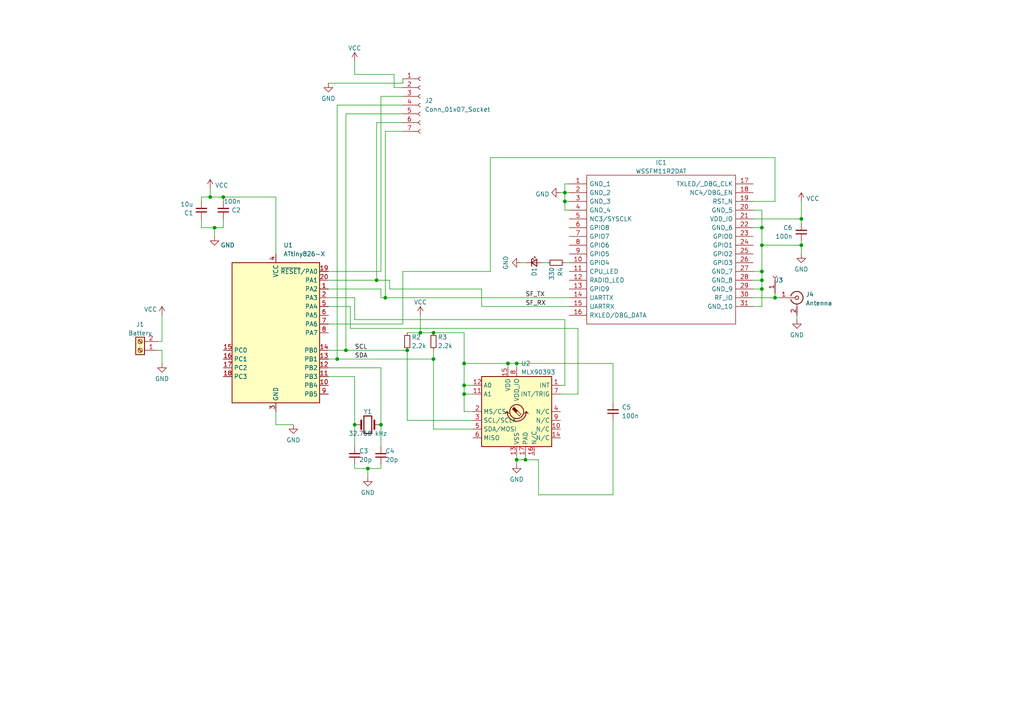
<source format=kicad_sch>
(kicad_sch (version 20231120) (generator "eeschema") (generator_version "8.0")
  (paper "A4")
  (lib_symbols
    (symbol "Connector:Conn_01x01_Female" (pin_names (offset 1.016) hide)
      (property "Reference" "J" (at 0 2.54 0))
      (property "Value" "Conn_01x01_Female" (at 0 -2.54 0))
      (symbol "Conn_01x01_Female_1_1"
        (polyline (pts (xy -1.27 0) (xy -0.508 0)) (stroke (width 0.1524)))
        (arc (start 0 0.508) (mid -0.5058 0) (end 0 -0.508) (stroke (width 0.1524)))
        (pin passive line (at -5.08 0 0) (length 3.81) (name "Pin_1") (number "1"))
      )
    )
    (symbol "Connector:Conn_01x07_Socket" (pin_names (offset 1.016) hide)
      (property "Reference" "J" (at 0 10.16 0))
      (property "Value" "Conn_01x07_Socket" (at 0 -10.16 0))
      (symbol "Conn_01x07_Socket_1_1"
        (arc (start 0 -7.112) (mid -0.5058 -7.62) (end 0 -8.128) (stroke (width 0.1524)))
        (arc (start 0 -4.572) (mid -0.5058 -5.08) (end 0 -5.588) (stroke (width 0.1524)))
        (arc (start 0 -2.032) (mid -0.5058 -2.54) (end 0 -3.048) (stroke (width 0.1524)))
        (polyline (pts (xy -1.27 -7.62) (xy -0.508 -7.62)) (stroke (width 0.1524)))
        (polyline (pts (xy -1.27 -5.08) (xy -0.508 -5.08)) (stroke (width 0.1524)))
        (polyline (pts (xy -1.27 -2.54) (xy -0.508 -2.54)) (stroke (width 0.1524)))
        (polyline (pts (xy -1.27 0) (xy -0.508 0)) (stroke (width 0.1524)))
        (polyline (pts (xy -1.27 2.54) (xy -0.508 2.54)) (stroke (width 0.1524)))
        (polyline (pts (xy -1.27 5.08) (xy -0.508 5.08)) (stroke (width 0.1524)))
        (polyline (pts (xy -1.27 7.62) (xy -0.508 7.62)) (stroke (width 0.1524)))
        (arc (start 0 0.508) (mid -0.5058 0) (end 0 -0.508) (stroke (width 0.1524)))
        (arc (start 0 3.048) (mid -0.5058 2.54) (end 0 2.032) (stroke (width 0.1524)))
        (arc (start 0 5.588) (mid -0.5058 5.08) (end 0 4.572) (stroke (width 0.1524)))
        (arc (start 0 8.128) (mid -0.5058 7.62) (end 0 7.112) (stroke (width 0.1524)))
        (pin passive line (at -5.08 7.62 0) (length 3.81) (name "Pin_1") (number "1"))
        (pin passive line (at -5.08 5.08 0) (length 3.81) (name "Pin_2") (number "2"))
        (pin passive line (at -5.08 2.54 0) (length 3.81) (name "Pin_3") (number "3"))
        (pin passive line (at -5.08 0 0) (length 3.81) (name "Pin_4") (number "4"))
        (pin passive line (at -5.08 -2.54 0) (length 3.81) (name "Pin_5") (number "5"))
        (pin passive line (at -5.08 -5.08 0) (length 3.81) (name "Pin_6") (number "6"))
        (pin passive line (at -5.08 -7.62 0) (length 3.81) (name "Pin_7") (number "7"))
      )
    )
    (symbol "Connector:Conn_Coaxial" (pin_names (offset 1.016) hide)
      (property "Reference" "J" (at 0.254 3.048 0))
      (property "Value" "Conn_Coaxial" (at 2.921 0 90))
      (symbol "Conn_Coaxial_0_1"
        (arc (start -1.778 -0.508) (mid 0.2311 -1.8066) (end 1.778 0) (stroke (width 0.254)))
        (polyline (pts (xy -2.54 0) (xy -0.508 0)))
        (polyline (pts (xy 0 -2.54) (xy 0 -1.778)))
        (circle (center 0 0) (radius 0.508) (stroke (width 0.2032)))
        (arc (start 1.778 0) (mid 0.2099 1.8101) (end -1.778 0.508) (stroke (width 0.254)))
      )
      (symbol "Conn_Coaxial_1_1"
        (pin passive line (at -5.08 0 0) (length 2.54) (name "In") (number "1"))
        (pin passive line (at 0 -5.08 90) (length 2.54) (name "Ext") (number "2"))
      )
    )
    (symbol "Connector:Screw_Terminal_01x02" (pin_names (offset 1.016) hide)
      (property "Reference" "J" (at 0 2.54 0))
      (property "Value" "Screw_Terminal_01x02" (at 0 -5.08 0))
      (symbol "Screw_Terminal_01x02_1_1"
        (rectangle (start -1.27 1.27) (end 1.27 -3.81) (stroke (width 0.254)) (fill (type background)))
        (circle (center 0 -2.54) (radius 0.635) (stroke (width 0.1524)))
        (polyline (pts (xy -0.5334 -2.2098) (xy 0.3302 -3.048)) (stroke (width 0.1524)))
        (polyline (pts (xy -0.5334 0.3302) (xy 0.3302 -0.508)) (stroke (width 0.1524)))
        (polyline (pts (xy -0.3556 -2.032) (xy 0.508 -2.8702)) (stroke (width 0.1524)))
        (polyline (pts (xy -0.3556 0.508) (xy 0.508 -0.3302)) (stroke (width 0.1524)))
        (circle (center 0 0) (radius 0.635) (stroke (width 0.1524)))
        (pin passive line (at -5.08 0 0) (length 3.81) (name "Pin_1") (number "1"))
        (pin passive line (at -5.08 -2.54 0) (length 3.81) (name "Pin_2") (number "2"))
      )
    )
    (symbol "Device:C_Small" (pin_numbers hide) (pin_names (offset 0.254) hide)
      (property "Reference" "C" (at 0.254 1.778 0))
      (property "Value" "C_Small" (at 0.254 -2.032 0))
      (symbol "C_Small_0_1"
        (polyline (pts (xy -1.524 -0.508) (xy 1.524 -0.508)) (stroke (width 0.3302)))
        (polyline (pts (xy -1.524 0.508) (xy 1.524 0.508)) (stroke (width 0.3048)))
      )
      (symbol "C_Small_1_1"
        (pin passive line (at 0 2.54 270) (length 2.032) (name "~") (number "1"))
        (pin passive line (at 0 -2.54 90) (length 2.032) (name "~") (number "2"))
      )
    )
    (symbol "Device:Crystal" (pin_numbers hide) (pin_names (offset 1.016) hide)
      (property "Reference" "Y" (at 0 3.81 0))
      (property "Value" "Crystal" (at 0 -3.81 0))
      (symbol "Crystal_0_1"
        (rectangle (start -1.143 2.54) (end 1.143 -2.54) (stroke (width 0.3048)))
        (polyline (pts (xy -2.54 0) (xy -1.905 0)))
        (polyline (pts (xy -1.905 -1.27) (xy -1.905 1.27)) (stroke (width 0.508)))
        (polyline (pts (xy 1.905 -1.27) (xy 1.905 1.27)) (stroke (width 0.508)))
        (polyline (pts (xy 2.54 0) (xy 1.905 0)))
      )
      (symbol "Crystal_1_1"
        (pin passive line (at -3.81 0 0) (length 1.27) (name "1") (number "1"))
        (pin passive line (at 3.81 0 180) (length 1.27) (name "2") (number "2"))
      )
    )
    (symbol "Device:LED_Small" (pin_numbers hide) (pin_names (offset 0.254) hide)
      (property "Reference" "D" (at -1.27 3.175 0))
      (property "Value" "LED_Small" (at -4.445 -2.54 0))
      (symbol "LED_Small_0_1"
        (polyline (pts (xy -0.762 -1.016) (xy -0.762 1.016)) (stroke (width 0.254)))
        (polyline (pts (xy 1.016 0) (xy -0.762 0)))
        (polyline (pts (xy 0.762 -1.016) (xy -0.762 0) (xy 0.762 1.016) (xy 0.762 -1.016)) (stroke (width 0.254)))
        (polyline (pts (xy 0 0.762) (xy -0.508 1.27) (xy -0.254 1.27) (xy -0.508 1.27) (xy -0.508 1.016)))
        (polyline (pts (xy 0.508 1.27) (xy 0 1.778) (xy 0.254 1.778) (xy 0 1.778) (xy 0 1.524)))
      )
      (symbol "LED_Small_1_1"
        (pin passive line (at -2.54 0 0) (length 1.778) (name "K") (number "1"))
        (pin passive line (at 2.54 0 180) (length 1.778) (name "A") (number "2"))
      )
    )
    (symbol "Device:R_Small" (pin_numbers hide) (pin_names (offset 0.254) hide)
      (property "Reference" "R" (at 0.762 0.508 0))
      (property "Value" "R_Small" (at 0.762 -1.016 0))
      (symbol "R_Small_0_1"
        (rectangle (start -0.762 1.778) (end 0.762 -1.778) (stroke (width 0.2032)))
      )
      (symbol "R_Small_1_1"
        (pin passive line (at 0 2.54 270) (length 0.762) (name "~") (number "1"))
        (pin passive line (at 0 -2.54 90) (length 0.762) (name "~") (number "2"))
      )
    )
    (symbol "MCU_Microchip_ATtiny:ATtiny826-M"
      (property "Reference" "U" (at -12.7 21.59 0))
      (property "Value" "ATtiny826-M" (at 2.54 -21.59 0))
      (symbol "ATtiny826-M_0_1"
        (rectangle (start -12.7 -20.32) (end 12.7 20.32) (stroke (width 0.254)) (fill (type background)))
      )
      (symbol "ATtiny826-M_1_1"
        (pin bidirectional line (at 15.24 12.7 180) (length 2.54) (name "PA2") (number "1"))
        (pin bidirectional line (at 15.24 -15.24 180) (length 2.54) (name "PB4") (number "10"))
        (pin bidirectional line (at 15.24 -12.7 180) (length 2.54) (name "PB3") (number "11"))
        (pin bidirectional line (at 15.24 -10.16 180) (length 2.54) (name "PB2") (number "12"))
        (pin bidirectional line (at 15.24 -7.62 180) (length 2.54) (name "PB1") (number "13"))
        (pin bidirectional line (at 15.24 -5.08 180) (length 2.54) (name "PB0") (number "14"))
        (pin bidirectional line (at -15.24 -5.08 0) (length 2.54) (name "PC0") (number "15"))
        (pin bidirectional line (at -15.24 -7.62 0) (length 2.54) (name "PC1") (number "16"))
        (pin bidirectional line (at -15.24 -10.16 0) (length 2.54) (name "PC2") (number "17"))
        (pin bidirectional line (at -15.24 -12.7 0) (length 2.54) (name "PC3") (number "18"))
        (pin bidirectional line (at 15.24 17.78 180) (length 2.54) (name "~{RESET}/PA0") (number "19"))
        (pin bidirectional line (at 15.24 10.16 180) (length 2.54) (name "PA3") (number "2"))
        (pin bidirectional line (at 15.24 15.24 180) (length 2.54) (name "PA1") (number "20"))
        (pin passive line (at 0 -22.86 90) (length 2.54) hide (name "GND") (number "21"))
        (pin power_in line (at 0 -22.86 90) (length 2.54) (name "GND") (number "3"))
        (pin power_in line (at 0 22.86 270) (length 2.54) (name "VCC") (number "4"))
        (pin bidirectional line (at 15.24 7.62 180) (length 2.54) (name "PA4") (number "5"))
        (pin bidirectional line (at 15.24 5.08 180) (length 2.54) (name "PA5") (number "6"))
        (pin bidirectional line (at 15.24 2.54 180) (length 2.54) (name "PA6") (number "7"))
        (pin bidirectional line (at 15.24 0 180) (length 2.54) (name "PA7") (number "8"))
        (pin bidirectional line (at 15.24 -17.78 180) (length 2.54) (name "PB5") (number "9"))
      )
    )
    (symbol "Sensor_Magnetic:MA730"
      (property "Reference" "U1" (at 2.0194 15.24 0))
      (property "Value" "MLX90393" (at 2.0194 12.7 0))
      (symbol "MA730_0_1"
        (rectangle (start -10.16 10.16) (end 10.16 -10.16) (stroke (width 0.254)) (fill (type background)))
        (arc (start -2.794 0) (mid 0 -2.7819) (end 2.794 0) (stroke (width 0.254)))
        (polyline (pts (xy -2.794 0) (xy -3.302 -0.508)) (stroke (width 0.254)))
        (polyline (pts (xy -2.794 0) (xy -2.286 -0.508)) (stroke (width 0.254)))
        (polyline (pts (xy 2.794 0) (xy 2.286 -0.508)) (stroke (width 0.254)))
        (polyline (pts (xy 2.794 0) (xy 3.302 -0.508)) (stroke (width 0.254)))
      )
      (symbol "MA730_1_1"
        (polyline (pts (xy 0.254 0.254) (xy 1.27 -0.762) (xy 0.762 -1.27) (xy -0.254 -0.254)))
        (polyline (pts (xy -0.762 1.27) (xy 0.254 0.254) (xy -0.254 -0.254) (xy -1.27 0.762) (xy -1.016 1.016) (xy -0.762 1.27) (xy -0.635 1.143)) (fill (type outline)))
        (circle (center 0 0) (radius 2.032) (stroke (width 0.254)))
        (pin output line (at 12.7 7.62 180) (length 2.54) (name "INT") (number "1"))
        (pin passive line (at 12.7 -5.08 180) (length 2.54) (name "N/C") (number "10"))
        (pin input line (at -12.7 5.08 0) (length 2.54) (name "A1") (number "11"))
        (pin input line (at -12.7 7.62 0) (length 2.54) (name "A0") (number "12"))
        (pin power_in line (at 0 -12.7 90) (length 2.54) (name "VSS") (number "13"))
        (pin passive line (at 12.7 -7.62 180) (length 2.54) (name "N/C") (number "14"))
        (pin power_in line (at -2.54 12.7 270) (length 2.54) (name "VDD") (number "15"))
        (pin passive line (at 5.08 -12.7 90) (length 2.54) (name "N/C") (number "16"))
        (pin passive line (at 2.54 -12.7 90) (length 2.54) (name "PAD") (number "17"))
        (pin input line (at -12.7 0 0) (length 2.54) (name "MS/CS") (number "2"))
        (pin input line (at -12.7 -2.54 0) (length 2.54) (name "SCL/SCLK") (number "3"))
        (pin passive line (at 12.7 0 180) (length 2.54) (name "N/C") (number "4"))
        (pin bidirectional line (at -12.7 -5.08 0) (length 2.54) (name "SDA/MOSI") (number "5"))
        (pin output line (at -12.7 -7.62 0) (length 2.54) (name "MISO") (number "6"))
        (pin bidirectional line (at 12.7 5.08 180) (length 2.54) (name "INT/TRIG") (number "7"))
        (pin power_in line (at 0 12.7 270) (length 2.54) (name "VDD_IO") (number "8"))
        (pin passive line (at 12.7 -2.54 180) (length 2.54) (name "N/C") (number "9"))
      )
    )
    (symbol "WSSFM11R2DAT:WSSFM11R2DAT" (pin_names (offset 0.762))
      (property "Reference" "IC" (at 49.53 7.62 0))
      (property "Value" "WSSFM11R2DAT" (at 49.53 5.08 0))
      (symbol "WSSFM11R2DAT_0_0"
        (pin passive line (at 0 0 0) (length 5.08) (name "GND_1") (number "1"))
        (pin passive line (at 0 -22.86 0) (length 5.08) (name "GPIO4") (number "10"))
        (pin passive line (at 0 -25.4 0) (length 5.08) (name "CPU_LED") (number "11"))
        (pin passive line (at 0 -27.94 0) (length 5.08) (name "RADIO_LED") (number "12"))
        (pin passive line (at 0 -30.48 0) (length 5.08) (name "GPIO9") (number "13"))
        (pin passive line (at 0 -33.02 0) (length 5.08) (name "UARTTX") (number "14"))
        (pin passive line (at 0 -35.56 0) (length 5.08) (name "UARTRX") (number "15"))
        (pin passive line (at 0 -38.1 0) (length 5.08) (name "RXLED/DBG_DATA") (number "16"))
        (pin passive line (at 53.34 0 180) (length 5.08) (name "TXLED/_DBG_CLK") (number "17"))
        (pin passive line (at 53.34 -2.54 180) (length 5.08) (name "NC4/DBG_EN") (number "18"))
        (pin passive line (at 53.34 -5.08 180) (length 5.08) (name "RST_N") (number "19"))
        (pin passive line (at 0 -2.54 0) (length 5.08) (name "GND_2") (number "2"))
        (pin passive line (at 53.34 -7.62 180) (length 5.08) (name "GND_5") (number "20"))
        (pin passive line (at 53.34 -10.16 180) (length 5.08) (name "VDD_IO") (number "21"))
        (pin passive line (at 53.34 -12.7 180) (length 5.08) (name "GND_6") (number "22"))
        (pin passive line (at 53.34 -15.24 180) (length 5.08) (name "GPIO0") (number "23"))
        (pin passive line (at 53.34 -17.78 180) (length 5.08) (name "GPIO1") (number "24"))
        (pin passive line (at 53.34 -20.32 180) (length 5.08) (name "GPIO2") (number "25"))
        (pin passive line (at 53.34 -22.86 180) (length 5.08) (name "GPIO3") (number "26"))
        (pin passive line (at 53.34 -25.4 180) (length 5.08) (name "GND_7") (number "27"))
        (pin passive line (at 53.34 -27.94 180) (length 5.08) (name "GND_8") (number "28"))
        (pin passive line (at 53.34 -30.48 180) (length 5.08) (name "GND_9") (number "29"))
        (pin passive line (at 0 -5.08 0) (length 5.08) (name "GND_3") (number "3"))
        (pin passive line (at 53.34 -33.02 180) (length 5.08) (name "RF_IO") (number "30"))
        (pin passive line (at 53.34 -35.56 180) (length 5.08) (name "GND_10") (number "31"))
        (pin passive line (at 0 -7.62 0) (length 5.08) (name "GND_4") (number "4"))
        (pin passive line (at 0 -10.16 0) (length 5.08) (name "NC3/SYSCLK") (number "5"))
        (pin passive line (at 0 -12.7 0) (length 5.08) (name "GPIO8") (number "6"))
        (pin passive line (at 0 -15.24 0) (length 5.08) (name "GPIO7") (number "7"))
        (pin passive line (at 0 -17.78 0) (length 5.08) (name "GPIO6") (number "8"))
        (pin passive line (at 0 -20.32 0) (length 5.08) (name "GPIO5") (number "9"))
      )
      (symbol "WSSFM11R2DAT_0_1"
        (polyline (pts (xy 5.08 2.54) (xy 48.26 2.54) (xy 48.26 -40.64) (xy 5.08 -40.64) (xy 5.08 2.54)) (stroke (width 0.1524)))
      )
    )
    (symbol "power:GND" (power) (pin_names (offset 0))
      (property "Value" "GND" (at 0 -3.81 0))
      (symbol "GND_0_1"
        (polyline (pts (xy 0 0) (xy 0 -1.27) (xy 1.27 -1.27) (xy 0 -2.54) (xy -1.27 -1.27) (xy 0 -1.27)))
      )
      (symbol "GND_1_1"
        (pin power_in line (at 0 0 270) (length 0) hide (name "GND") (number "1"))
      )
    )
    (symbol "power:VCC" (power) (pin_names (offset 0))
      (property "Value" "VCC" (at 0 3.81 0))
      (symbol "VCC_0_1"
        (polyline (pts (xy -0.762 1.27) (xy 0 2.54)))
        (polyline (pts (xy 0 0) (xy 0 2.54)))
        (polyline (pts (xy 0 2.54) (xy 0.762 1.27)))
      )
      (symbol "VCC_1_1"
        (pin power_in line (at 0 0 90) (length 0) hide (name "VCC") (number "1"))
      )
    )
  )
  (junction (at 110.49 123.19))
  (junction (at 125.73 96.52))
  (junction (at 64.77 57.15))
  (junction (at 149.86 105.41))
  (junction (at 220.98 78.74))
  (junction (at 60.96 57.15))
  (junction (at 134.62 111.76))
  (junction (at 109.22 81.28))
  (junction (at 147.32 105.41))
  (junction (at 163.83 58.42))
  (junction (at 121.92 96.52))
  (junction (at 220.98 66.04))
  (junction (at 224.79 86.36))
  (junction (at 100.33 101.6))
  (junction (at 220.98 83.82))
  (junction (at 111.76 86.36))
  (junction (at 102.87 123.19))
  (junction (at 125.73 104.14))
  (junction (at 163.83 55.88))
  (junction (at 220.98 71.12))
  (junction (at 232.41 71.12))
  (junction (at 134.62 114.3))
  (junction (at 62.23 66.04))
  (junction (at 134.62 105.41))
  (junction (at 97.79 104.14))
  (junction (at 118.11 101.6))
  (junction (at 106.68 135.89))
  (junction (at 149.86 133.35))
  (junction (at 232.41 63.5))
  (junction (at 152.4 133.35))
  (junction (at 220.98 81.28))
  (wire (pts (xy 116.84 78.74) (xy 142.24 78.74)))
  (wire (pts (xy 121.92 96.52) (xy 125.73 96.52)))
  (wire (pts (xy 111.76 38.1) (xy 111.76 86.36)))
  (wire (pts (xy 220.98 78.74) (xy 220.98 81.28)))
  (wire (pts (xy 46.99 91.44) (xy 46.99 99.06)))
  (wire (pts (xy 218.44 81.28) (xy 220.98 81.28)))
  (wire (pts (xy 165.1 88.9) (xy 139.7 88.9)))
  (wire (pts (xy 95.25 88.9) (xy 101.6 88.9)))
  (wire (pts (xy 109.22 35.56) (xy 109.22 81.28)))
  (wire (pts (xy 95.25 83.82) (xy 110.49 83.82)))
  (wire (pts (xy 109.22 35.56) (xy 116.84 35.56)))
  (wire (pts (xy 218.44 60.96) (xy 220.98 60.96)))
  (wire (pts (xy 60.96 57.15) (xy 58.42 57.15)))
  (wire (pts (xy 125.73 124.46) (xy 137.16 124.46)))
  (wire (pts (xy 220.98 60.96) (xy 220.98 66.04)))
  (wire (pts (xy 162.56 55.88) (xy 163.83 55.88)))
  (wire (pts (xy 106.68 135.89) (xy 106.68 138.43)))
  (wire (pts (xy 95.25 86.36) (xy 102.87 86.36)))
  (wire (pts (xy 220.98 71.12) (xy 232.41 71.12)))
  (wire (pts (xy 80.01 57.15) (xy 64.77 57.15)))
  (wire (pts (xy 102.87 135.89) (xy 106.68 135.89)))
  (wire (pts (xy 142.24 45.72) (xy 224.79 45.72)))
  (wire (pts (xy 218.44 88.9) (xy 220.98 88.9)))
  (wire (pts (xy 80.01 73.66) (xy 80.01 57.15)))
  (wire (pts (xy 45.72 101.6) (xy 46.99 101.6)))
  (wire (pts (xy 218.44 86.36) (xy 224.79 86.36)))
  (wire (pts (xy 151.13 76.2) (xy 152.4 76.2)))
  (wire (pts (xy 60.96 54.61) (xy 60.96 57.15)))
  (wire (pts (xy 116.84 24.13) (xy 116.84 22.86)))
  (wire (pts (xy 232.41 63.5) (xy 232.41 64.77)))
  (wire (pts (xy 177.8 116.84) (xy 177.8 105.41)))
  (wire (pts (xy 156.21 143.51) (xy 156.21 133.35)))
  (wire (pts (xy 167.64 114.3) (xy 162.56 114.3)))
  (wire (pts (xy 102.87 123.19) (xy 102.87 109.22)))
  (wire (pts (xy 64.77 57.15) (xy 60.96 57.15)))
  (wire (pts (xy 134.62 105.41) (xy 134.62 96.52)))
  (wire (pts (xy 177.8 105.41) (xy 149.86 105.41)))
  (wire (pts (xy 137.16 119.38) (xy 134.62 119.38)))
  (wire (pts (xy 139.7 88.9) (xy 139.7 83.82)))
  (wire (pts (xy 97.79 30.48) (xy 116.84 30.48)))
  (wire (pts (xy 177.8 121.92) (xy 177.8 143.51)))
  (wire (pts (xy 116.84 93.98) (xy 116.84 78.74)))
  (wire (pts (xy 220.98 66.04) (xy 220.98 71.12)))
  (wire (pts (xy 163.83 58.42) (xy 165.1 58.42)))
  (wire (pts (xy 163.83 60.96) (xy 163.83 58.42)))
  (wire (pts (xy 113.03 83.82) (xy 139.7 83.82)))
  (wire (pts (xy 152.4 133.35) (xy 149.86 133.35)))
  (wire (pts (xy 147.32 105.41) (xy 149.86 105.41)))
  (wire (pts (xy 177.8 143.51) (xy 156.21 143.51)))
  (wire (pts (xy 163.83 55.88) (xy 165.1 55.88)))
  (wire (pts (xy 142.24 78.74) (xy 142.24 45.72)))
  (wire (pts (xy 152.4 132.08) (xy 152.4 133.35)))
  (wire (pts (xy 149.86 133.35) (xy 149.86 134.62)))
  (wire (pts (xy 95.25 81.28) (xy 109.22 81.28)))
  (wire (pts (xy 152.4 133.35) (xy 156.21 133.35)))
  (wire (pts (xy 111.76 86.36) (xy 165.1 86.36)))
  (wire (pts (xy 224.79 86.36) (xy 224.79 85.09)))
  (wire (pts (xy 110.49 27.94) (xy 110.49 78.74)))
  (wire (pts (xy 58.42 63.5) (xy 58.42 66.04)))
  (wire (pts (xy 100.33 33.02) (xy 116.84 33.02)))
  (wire (pts (xy 134.62 96.52) (xy 125.73 96.52)))
  (wire (pts (xy 220.98 66.04) (xy 218.44 66.04)))
  (wire (pts (xy 118.11 96.52) (xy 121.92 96.52)))
  (wire (pts (xy 95.25 24.13) (xy 116.84 24.13)))
  (wire (pts (xy 218.44 78.74) (xy 220.98 78.74)))
  (wire (pts (xy 232.41 71.12) (xy 232.41 73.66)))
  (wire (pts (xy 231.14 91.44) (xy 231.14 92.71)))
  (wire (pts (xy 134.62 119.38) (xy 134.62 114.3)))
  (wire (pts (xy 46.99 99.06) (xy 45.72 99.06)))
  (wire (pts (xy 95.25 93.98) (xy 116.84 93.98)))
  (wire (pts (xy 110.49 86.36) (xy 111.76 86.36)))
  (wire (pts (xy 106.68 135.89) (xy 110.49 135.89)))
  (wire (pts (xy 220.98 71.12) (xy 220.98 78.74)))
  (wire (pts (xy 165.1 60.96) (xy 163.83 60.96)))
  (wire (pts (xy 110.49 27.94) (xy 116.84 27.94)))
  (wire (pts (xy 147.32 106.68) (xy 147.32 105.41)))
  (wire (pts (xy 46.99 101.6) (xy 46.99 105.41)))
  (wire (pts (xy 97.79 30.48) (xy 97.79 104.14)))
  (wire (pts (xy 218.44 58.42) (xy 224.79 58.42)))
  (wire (pts (xy 118.11 121.92) (xy 137.16 121.92)))
  (wire (pts (xy 102.87 86.36) (xy 102.87 92.71)))
  (wire (pts (xy 100.33 101.6) (xy 118.11 101.6)))
  (wire (pts (xy 163.83 92.71) (xy 163.83 111.76)))
  (wire (pts (xy 163.83 58.42) (xy 163.83 55.88)))
  (wire (pts (xy 157.48 76.2) (xy 158.75 76.2)))
  (wire (pts (xy 110.49 123.19) (xy 110.49 129.54)))
  (wire (pts (xy 163.83 76.2) (xy 165.1 76.2)))
  (wire (pts (xy 125.73 104.14) (xy 125.73 101.6)))
  (wire (pts (xy 125.73 104.14) (xy 125.73 124.46)))
  (wire (pts (xy 220.98 83.82) (xy 218.44 83.82)))
  (wire (pts (xy 95.25 101.6) (xy 100.33 101.6)))
  (wire (pts (xy 163.83 55.88) (xy 163.83 53.34)))
  (wire (pts (xy 114.3 25.4) (xy 116.84 25.4)))
  (wire (pts (xy 163.83 53.34) (xy 165.1 53.34)))
  (wire (pts (xy 101.6 88.9) (xy 101.6 95.25)))
  (wire (pts (xy 220.98 81.28) (xy 220.98 83.82)))
  (wire (pts (xy 102.87 21.59) (xy 114.3 21.59)))
  (wire (pts (xy 149.86 105.41) (xy 149.86 106.68)))
  (wire (pts (xy 102.87 123.19) (xy 102.87 129.54)))
  (wire (pts (xy 134.62 111.76) (xy 137.16 111.76)))
  (wire (pts (xy 95.25 104.14) (xy 97.79 104.14)))
  (wire (pts (xy 102.87 109.22) (xy 95.25 109.22)))
  (wire (pts (xy 110.49 123.19) (xy 110.49 106.68)))
  (wire (pts (xy 64.77 58.42) (xy 64.77 57.15)))
  (wire (pts (xy 110.49 106.68) (xy 95.25 106.68)))
  (wire (pts (xy 218.44 63.5) (xy 232.41 63.5)))
  (wire (pts (xy 62.23 66.04) (xy 64.77 66.04)))
  (wire (pts (xy 167.64 95.25) (xy 167.64 114.3)))
  (wire (pts (xy 109.22 81.28) (xy 113.03 81.28)))
  (wire (pts (xy 64.77 66.04) (xy 64.77 63.5)))
  (wire (pts (xy 97.79 104.14) (xy 125.73 104.14)))
  (wire (pts (xy 102.87 134.62) (xy 102.87 135.89)))
  (wire (pts (xy 110.49 135.89) (xy 110.49 134.62)))
  (wire (pts (xy 80.01 123.19) (xy 85.09 123.19)))
  (wire (pts (xy 102.87 17.78) (xy 102.87 21.59)))
  (wire (pts (xy 224.79 45.72) (xy 224.79 58.42)))
  (wire (pts (xy 80.01 123.19) (xy 80.01 119.38)))
  (wire (pts (xy 162.56 111.76) (xy 163.83 111.76)))
  (wire (pts (xy 118.11 101.6) (xy 118.11 121.92)))
  (wire (pts (xy 111.76 38.1) (xy 116.84 38.1)))
  (wire (pts (xy 58.42 57.15) (xy 58.42 58.42)))
  (wire (pts (xy 232.41 69.85) (xy 232.41 71.12)))
  (wire (pts (xy 134.62 114.3) (xy 134.62 111.76)))
  (wire (pts (xy 226.06 86.36) (xy 224.79 86.36)))
  (wire (pts (xy 58.42 66.04) (xy 62.23 66.04)))
  (wire (pts (xy 113.03 81.28) (xy 113.03 83.82)))
  (wire (pts (xy 232.41 58.42) (xy 232.41 63.5)))
  (wire (pts (xy 110.49 83.82) (xy 110.49 86.36)))
  (wire (pts (xy 121.92 91.44) (xy 121.92 96.52)))
  (wire (pts (xy 220.98 88.9) (xy 220.98 83.82)))
  (wire (pts (xy 134.62 111.76) (xy 134.62 105.41)))
  (wire (pts (xy 62.23 66.04) (xy 62.23 68.58)))
  (wire (pts (xy 134.62 114.3) (xy 137.16 114.3)))
  (wire (pts (xy 102.87 92.71) (xy 163.83 92.71)))
  (wire (pts (xy 100.33 33.02) (xy 100.33 101.6)))
  (wire (pts (xy 114.3 21.59) (xy 114.3 25.4)))
  (wire (pts (xy 101.6 95.25) (xy 167.64 95.25)))
  (wire (pts (xy 149.86 132.08) (xy 149.86 133.35)))
  (wire (pts (xy 134.62 105.41) (xy 147.32 105.41)))
  (wire (pts (xy 95.25 78.74) (xy 110.49 78.74)))
  (label "SCL" (at 102.87 101.6 0))
  (label "SF_RX" (at 152.4 88.9 0))
  (label "SDA" (at 102.87 104.14 0))
  (label "SF_TX" (at 152.4 86.36 0))
  (symbol (lib_id "WSSFM11R2DAT:WSSFM11R2DAT") (at 165.1 53.34 0) (unit 1)
    (property "Reference" "IC1" (at 191.77 47.151 0))
    (property "Value" "WSSFM11R2DAT" (at 191.77 49.6879 0))
    (property "Footprint" "WSSFM11R2DAT:WSSFM11R2DAT" (effects (hide yes)))
    (property "Description" "SIGFOX DUAL MODE MODULE RC2 + RCZ4 EXCLU" (effects (hide yes)))
    (property "Height" "2.21" (effects (hide yes)))
    (property "Manufacturer_Name" "Wisol" (effects (hide yes)))
    (property "Manufacturer_Part_Number" "WSSFM11R2DAT" (effects (hide yes)))
  )
  (symbol (lib_id "power:VCC") (at 232.41 58.42 0) (unit 1)
    (property "Reference" "#PWR016" (effects (hide yes)))
    (property "Value" "VCC" (at 233.807 57.5838 0) (effects (justify left)))
  )
  (symbol (lib_id "MCU_Microchip_ATtiny:ATtiny826-M") (at 80.01 96.52 0) (unit 1)
    (property "Reference" "U1" (at 82.2041 71.12 0) (effects (justify left)))
    (property "Value" "ATtiny826-X" (at 82.2041 73.66 0) (effects (justify left)))
    (property "Footprint" "Package_DFN_QFN:VQFN-20-1EP_3x3mm_P0.4mm_EP1.7x1.7mm" (effects (hide yes)))
    (property "Datasheet" "https://ww1.microchip.com/downloads/en/DeviceDoc/ATtiny424-426-427-824-826-827-DataSheet-DS40002311A.pdf" (effects (hide yes)))
  )
  (symbol (lib_id "power:GND") (at 162.56 55.88 270) (unit 1)
    (property "Reference" "#PWR012" (effects (hide yes)))
    (property "Value" "GND" (at 159.3851 56.3138 90) (effects (justify right)))
  )
  (symbol (lib_id "Device:R_Small") (at 125.73 99.06 180) (unit 1)
    (property "Reference" "R3" (at 127 97.79 0) (effects (justify right)))
    (property "Value" "2.2k" (at 127 100.33 0) (effects (justify right)))
    (property "Footprint" "Resistor_SMD:R_0805_2012Metric_Pad1.20x1.40mm_HandSolder" (effects (hide yes)))
  )
  (symbol (lib_id "power:VCC") (at 60.96 54.61 0) (unit 1)
    (property "Reference" "#PWR03" (effects (hide yes)))
    (property "Value" "VCC" (at 62.357 53.7738 0) (effects (justify left)))
  )
  (symbol (lib_id "power:GND") (at 85.09 123.19 0) (unit 1)
    (property "Reference" "#PWR05" (effects (hide yes)))
    (property "Value" "GND" (at 85.09 127.6334 0))
  )
  (symbol (lib_id "Device:C_Small") (at 58.42 60.96 180) (unit 1)
    (property "Reference" "C1" (at 56.0959 61.7884 0) (effects (justify left)))
    (property "Value" "10u" (at 56.0959 59.2515 0) (effects (justify left)))
    (property "Footprint" "Capacitor_SMD:C_0805_2012Metric_Pad1.18x1.45mm_HandSolder" (effects (hide yes)))
  )
  (symbol (lib_id "power:GND") (at 106.68 138.43 0) (unit 1)
    (property "Reference" "#PWR08" (effects (hide yes)))
    (property "Value" "GND" (at 106.68 142.8734 0))
  )
  (symbol (lib_id "power:GND") (at 62.23 68.58 0) (unit 1)
    (property "Reference" "#PWR04" (effects (hide yes)))
    (property "Value" "GND" (at 66.04 71.12 0))
  )
  (symbol (lib_id "Connector:Screw_Terminal_01x02") (at 40.64 101.6 180) (unit 1)
    (property "Reference" "J1" (at 40.64 94.0902 0))
    (property "Value" "Battery" (at 40.64 96.6271 0))
    (property "Footprint" "Battery:BatteryHolder_Keystone_2468_2xAAA" (effects (hide yes)))
  )
  (symbol (lib_id "Device:C_Small") (at 232.41 67.31 0) (mirror x) (unit 1)
    (property "Reference" "C6" (at 229.87 66.0335 0) (effects (justify right)))
    (property "Value" "100n" (at 229.87 68.5735 0) (effects (justify right)))
    (property "Footprint" "Capacitor_SMD:C_0805_2012Metric_Pad1.18x1.45mm_HandSolder" (effects (hide yes)))
  )
  (symbol (lib_id "power:GND") (at 95.25 24.13 0) (unit 1)
    (property "Reference" "#PWR06" (effects (hide yes)))
    (property "Value" "GND" (at 95.25 28.5734 0))
  )
  (symbol (lib_id "Device:R_Small") (at 161.29 76.2 270) (unit 1)
    (property "Reference" "R4" (at 162.56 77.47 0) (effects (justify left)))
    (property "Value" "330" (at 160.02 77.47 0) (effects (justify left)))
    (property "Footprint" "Resistor_SMD:R_0805_2012Metric_Pad1.20x1.40mm_HandSolder" (effects (hide yes)))
  )
  (symbol (lib_id "power:VCC") (at 46.99 91.44 0) (unit 1)
    (property "Reference" "#PWR01" (effects (hide yes)))
    (property "Value" "VCC" (at 45.593 89.7362 0) (effects (justify right)))
  )
  (symbol (lib_id "Connector:Conn_01x01_Female") (at 224.79 80.01 90) (unit 1)
    (property "Reference" "J3" (at 224.79 81.28 90) (effects (justify right)))
    (property "Value" "Conn_01x01_Female" (effects (hide yes)))
    (property "Footprint" "Connector_Pin:Pin_D0.9mm_L10.0mm_W2.4mm_FlatFork" (effects (hide yes)))
  )
  (symbol (lib_id "power:GND") (at 46.99 105.41 0) (unit 1)
    (property "Reference" "#PWR02" (effects (hide yes)))
    (property "Value" "GND" (at 46.99 109.8534 0))
  )
  (symbol (lib_id "Sensor_Magnetic:MA730") (at 149.86 119.38 0) (unit 1)
    (property "Reference" "U2" (at 151.13 105.41 0) (effects (justify left)))
    (property "Value" "MLX90393" (at 151.13 107.95 0) (effects (justify left)))
    (property "Footprint" "Package_DFN_QFN:QFN-16-1EP_3x3mm_P0.5mm_EP1.7x1.7mm" (effects (hide yes)))
    (property "Datasheet" "https://www.monolithicpower.com/pub/media/document/m/a/ma730_r1.01.pdf" (effects (hide yes)))
  )
  (symbol (lib_id "power:GND") (at 149.86 134.62 0) (unit 1)
    (property "Reference" "#PWR010" (effects (hide yes)))
    (property "Value" "GND" (at 149.86 139.0634 0))
  )
  (symbol (lib_id "Connector:Conn_Coaxial") (at 231.14 86.36 0) (unit 1)
    (property "Reference" "J4" (at 233.68 85.3831 0) (effects (justify left)))
    (property "Value" "Antenna" (at 233.68 87.9231 0) (effects (justify left)))
    (property "Footprint" "Connector_Coaxial:U.FL_Hirose_U.FL-R-SMT-1_Vertical" (effects (hide yes)))
    (property "Datasheet" " ~" (effects (hide yes)))
  )
  (symbol (lib_id "Device:LED_Small") (at 154.94 76.2 0) (unit 1)
    (property "Reference" "D1" (at 154.94 77.47 90) (effects (justify right)))
    (property "Value" "LED_Small" (effects (hide yes)))
    (property "Footprint" "LED_SMD:LED_0603_1608Metric_Pad1.05x0.95mm_HandSolder" (effects (hide yes)))
  )
  (symbol (lib_id "power:GND") (at 231.14 92.71 0) (unit 1)
    (property "Reference" "#PWR014" (effects (hide yes)))
    (property "Value" "GND" (at 231.14 97.1534 0))
  )
  (symbol (lib_id "power:VCC") (at 102.87 17.78 0) (unit 1)
    (property "Reference" "#PWR07" (effects (hide yes)))
    (property "Value" "VCC" (at 102.87 13.97 0))
  )
  (symbol (lib_id "power:GND") (at 232.41 73.66 0) (mirror y) (unit 1)
    (property "Reference" "#PWR015" (effects (hide yes)))
    (property "Value" "GND" (at 232.41 78.1034 0))
  )
  (symbol (lib_id "Connector:Conn_01x07_Socket") (at 121.92 30.48 0) (unit 1)
    (property "Reference" "J2" (at 123.19 29.21 0) (effects (justify left)))
    (property "Value" "Conn_01x07_Socket" (at 123.19 31.75 0) (effects (justify left)))
    (property "Footprint" "Connector_PinHeader_2.54mm:PinHeader_1x07_P2.54mm_Vertical" (effects (hide yes)))
  )
  (symbol (lib_id "Device:C_Small") (at 177.8 119.38 180) (unit 1)
    (property "Reference" "C5" (at 180.34 118.1036 0) (effects (justify right)))
    (property "Value" "100n" (at 180.34 120.6436 0) (effects (justify right)))
    (property "Footprint" "Capacitor_SMD:C_0805_2012Metric_Pad1.18x1.45mm_HandSolder" (effects (hide yes)))
  )
  (symbol (lib_id "power:GND") (at 151.13 76.2 270) (unit 1)
    (property "Reference" "#PWR011" (effects (hide yes)))
    (property "Value" "GND" (at 146.6866 76.2 0))
  )
  (symbol (lib_id "Device:Crystal") (at 106.68 123.19 0) (unit 1)
    (property "Reference" "Y1" (at 106.68 119.38 0))
    (property "Value" "32.768 kHz" (at 106.68 125.73 0))
    (property "Footprint" "Crystal:Crystal_C26-LF_D2.1mm_L6.5mm_Vertical" (effects (hide yes)))
  )
  (symbol (lib_id "power:VCC") (at 121.92 91.44 0) (unit 1)
    (property "Reference" "#PWR09" (effects (hide yes)))
    (property "Value" "VCC" (at 121.92 87.63 0))
  )
  (symbol (lib_id "Device:C_Small") (at 102.87 132.08 180) (unit 1)
    (property "Reference" "C3" (at 104.14 130.81 0) (effects (justify right)))
    (property "Value" "20p" (at 104.14 133.35 0) (effects (justify right)))
    (property "Footprint" "Capacitor_SMD:C_0805_2012Metric_Pad1.18x1.45mm_HandSolder" (effects (hide yes)))
  )
  (symbol (lib_id "Device:R_Small") (at 118.11 99.06 180) (unit 1)
    (property "Reference" "R2" (at 119.38 97.79 0) (effects (justify right)))
    (property "Value" "2.2k" (at 119.38 100.33 0) (effects (justify right)))
    (property "Footprint" "Resistor_SMD:R_0805_2012Metric_Pad1.20x1.40mm_HandSolder" (effects (hide yes)))
  )
  (symbol (lib_id "Device:C_Small") (at 110.49 132.08 180) (unit 1)
    (property "Reference" "C4" (at 111.76 130.81 0) (effects (justify right)))
    (property "Value" "20p" (at 111.76 133.35 0) (effects (justify right)))
    (property "Footprint" "Capacitor_SMD:C_0805_2012Metric_Pad1.18x1.45mm_HandSolder" (effects (hide yes)))
  )
  (symbol (lib_id "Device:C_Small") (at 64.77 60.96 180) (unit 1)
    (property "Reference" "C2" (at 69.85 60.96 0) (effects (justify left)))
    (property "Value" "100n" (at 69.85 58.42 0) (effects (justify left)))
    (property "Footprint" "Capacitor_SMD:C_0805_2012Metric_Pad1.18x1.45mm_HandSolder" (effects (hide yes)))
  )
)
</source>
